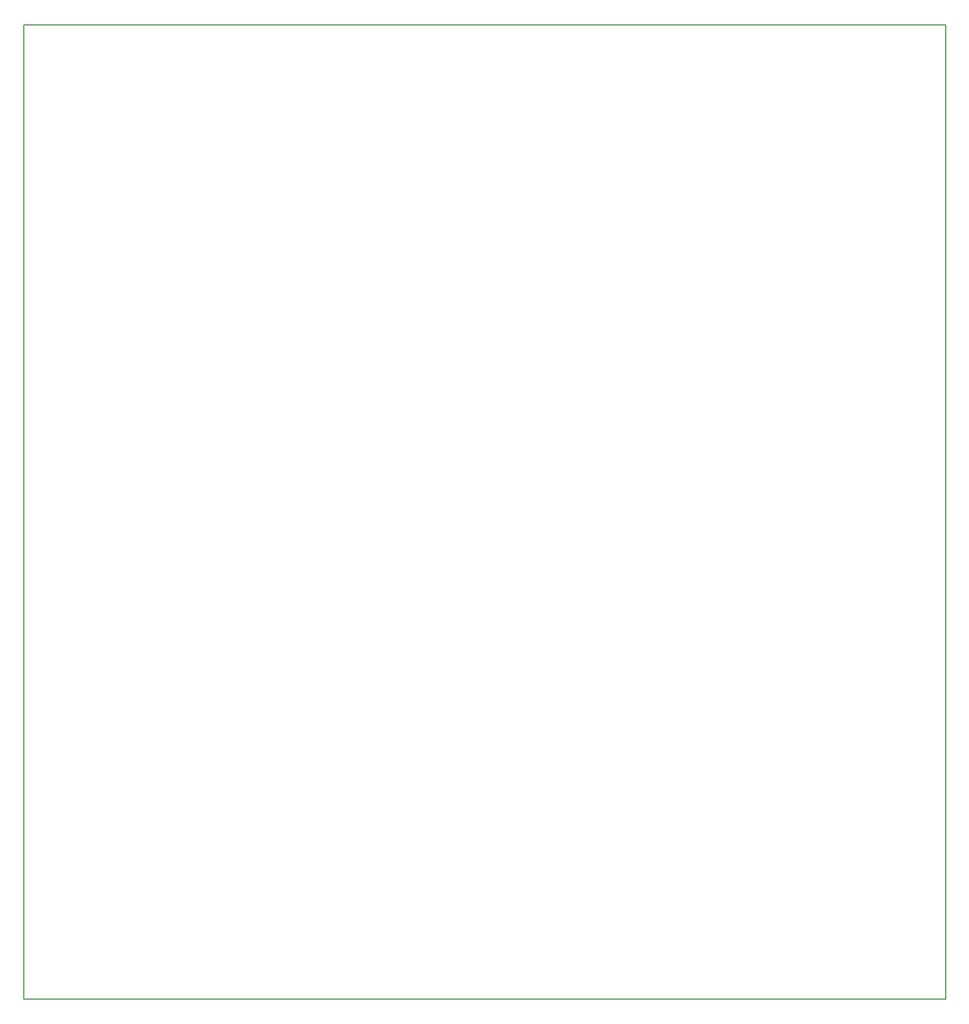
<source format=gm1>
G04 #@! TF.GenerationSoftware,KiCad,Pcbnew,(5.0.1)-3*
G04 #@! TF.CreationDate,2018-11-11T16:05:36+05:30*
G04 #@! TF.ProjectId,NDT,4E44542E6B696361645F706362000000,rev?*
G04 #@! TF.SameCoordinates,Original*
G04 #@! TF.FileFunction,Profile,NP*
%FSLAX46Y46*%
G04 Gerber Fmt 4.6, Leading zero omitted, Abs format (unit mm)*
G04 Created by KiCad (PCBNEW (5.0.1)-3) date 11/11/2018 4:05:36 PM*
%MOMM*%
%LPD*%
G01*
G04 APERTURE LIST*
%ADD10C,0.150000*%
G04 APERTURE END LIST*
D10*
X18288000Y-169164000D02*
X18288000Y-16764000D01*
X162560000Y-169164000D02*
X18288000Y-169164000D01*
X162560000Y-16764000D02*
X162560000Y-169164000D01*
X18288000Y-16764000D02*
X162560000Y-16764000D01*
M02*

</source>
